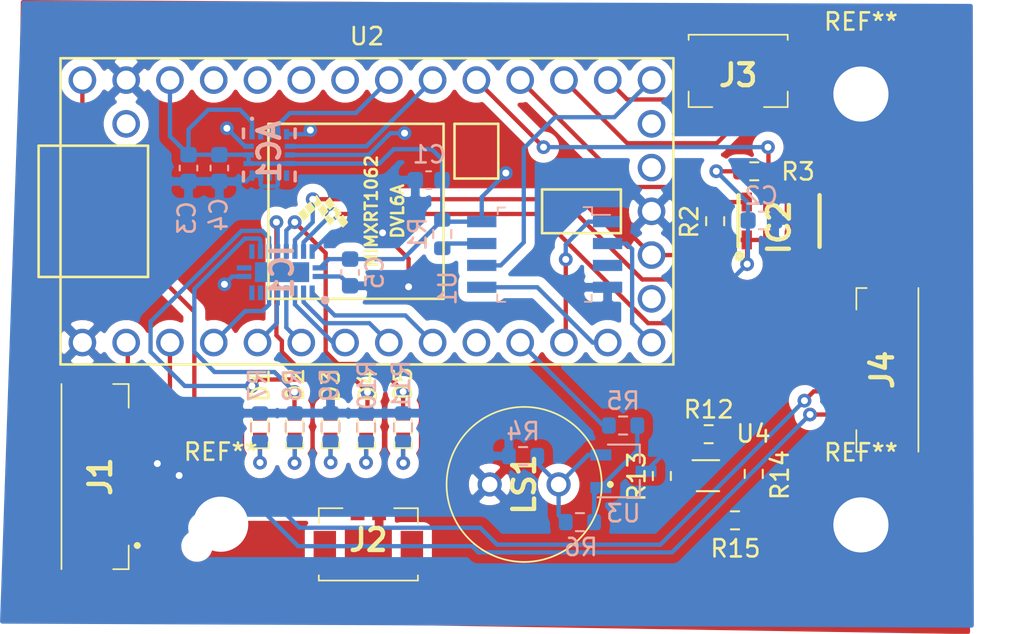
<source format=kicad_pcb>
(kicad_pcb (version 20171130) (host pcbnew "(5.1.10)-1")
  (layers (0 F.Cu signal) (31 B.Cu signal) (34 B.Paste user) (35 F.Paste user) (36 B.SilkS user) (37 F.SilkS user) (38 B.Mask user) (39 F.Mask user) (44 Edge.Cuts user))
  (net 0 "")
  (net 1 GND)
  (net 2 "Net-(D1-Pad1)")
  (net 3 "Net-(D2-Pad1)")
  (net 4 YLED1)
  (net 5 YLED2)
  (net 6 "Net-(D3-Pad1)")
  (net 7 "Net-(D4-Pad1)")
  (net 8 GLED1)
  (net 9 GLED2)
  (net 10 "Net-(D5-Pad1)")
  (net 11 MISO)
  (net 12 MOSI)
  (net 13 SCLK)
  (net 14 PYRO1)
  (net 15 PYRO2)
  (net 16 BUZZ1)
  (net 17 BUZZ2)
  (net 18 PWM1)
  (net 19 PWM2)
  (net 20 Buzzer)
  (net 21 "Net-(U1-Pad3)")
  (net 22 CS_FLASH)
  (net 23 TBUZZ2)
  (net 24 TBUZZ1)
  (net 25 VIN)
  (net 26 TGLED2)
  (net 27 TGLED1)
  (net 28 TYLED2)
  (net 29 TYLED1)
  (net 30 TBuzzer)
  (net 31 "Net-(J3-PadMP1)")
  (net 32 "Net-(J3-PadMP2)")
  (net 33 "Net-(J4-Pad6)")
  (net 34 "Net-(J4-Pad7)")
  (net 35 "Net-(J1-PadMP1)")
  (net 36 "Net-(J1-PadMP2)")
  (net 37 "Net-(J2-PadMP1)")
  (net 38 "Net-(J2-PadMP2)")
  (net 39 Baro_SCLK)
  (net 40 "Net-(AC1-Pad2)")
  (net 41 "Net-(AC1-Pad3)")
  (net 42 Accel_SCL)
  (net 43 Accel_SDA)
  (net 44 Accel_INT2)
  (net 45 Accel_INT1)
  (net 46 INFREE1)
  (net 47 INFREE2)
  (net 48 OUTFREE2)
  (net 49 OUTFREE1)
  (net 50 "Net-(IC1-Pad21)")
  (net 51 HFREE)
  (net 52 HTX)
  (net 53 HRX)
  (net 54 "Net-(R1-Pad2)")
  (net 55 "Net-(R5-Pad1)")
  (net 56 "Net-(U2-Pad18)")
  (net 57 "Net-(U2-Pad19)")
  (net 58 "Net-(U2-Pad15)")
  (net 59 "Net-(U2-Pad27)")
  (net 60 "Net-(U2-Pad28)")
  (net 61 "Net-(U2-Pad29)")
  (net 62 "Net-(U2-Pad30)")
  (net 63 "Net-(U2-Pad34)")
  (net 64 "Net-(U2-Pad10)")
  (net 65 +3V3)
  (net 66 Baro_SDA)
  (net 67 "Net-(R12-Pad1)")
  (net 68 TPyro1IN)
  (net 69 TPyro2IN)
  (net 70 "Net-(R14-Pad1)")
  (module MountingHole:MountingHole_3.2mm_M3 (layer F.Cu) (at 99.3648 106.55808)
    (fp_text reference REF** (at 0 -4.2) (layer F.SilkS))
    (fp_text value MountingHole_3.2mm_M3)
    (pad 1 np_thru_hole circle (at 0 0) (size 3.2 3.2) (drill 3.2) (layers *.Cu *.Mask))
  )
  (module MountingHole:MountingHole_3.2mm_M3 (layer F.Cu) (at 136.50976 106.59618)
    (fp_text reference REF** (at 0 -4.2) (layer F.SilkS))
    (fp_text value MountingHole_3.2mm_M3)
    (pad 1 np_thru_hole circle (at 0 0) (size 3.2 3.2) (drill 3.2) (layers *.Cu *.Mask))
  )
  (module MountingHole:MountingHole_3.2mm_M3 (layer F.Cu) (at 136.50976 81.57972)
    (fp_text reference REF** (at 0 -4.2) (layer F.SilkS))
    (fp_text value MountingHole_3.2mm_M3)
    (pad 1 np_thru_hole circle (at 0 0) (size 3.2 3.2) (drill 3.2) (layers *.Cu *.Mask))
  )
  (module Capacitor_SMD:C_0603_1608Metric (layer B.Cu) (at 130.72842 88.91778 180)
    (fp_text reference C2 (at 0 1.43) (layer B.SilkS) (effects (justify mirror)))
    (fp_text value 0.1uF)
    (pad 1 smd roundrect (at -0.775 0 180) (size 0.9 0.95) (layers B.Cu B.Paste B.Mask) (net 1 GND))
    (pad 2 smd roundrect (at 0.775 0 180) (size 0.9 0.95) (layers B.Cu B.Paste B.Mask) (net 65 +3V3))
  )
  (module Capacitor_SMD:C_0603_1608Metric (layer B.Cu) (at 111.4301 86.5759 180)
    (fp_text reference C1 (at -0.04034 1.48336) (layer B.SilkS) (effects (justify mirror)))
    (fp_text value 22pF)
    (pad 1 smd roundrect (at -0.775 0 180) (size 0.9 0.95) (layers B.Cu B.Paste B.Mask) (net 65 +3V3))
    (pad 2 smd roundrect (at 0.775 0 180) (size 0.9 0.95) (layers B.Cu B.Paste B.Mask) (net 1 GND))
  )
  (module Resistor_SMD:R_0603_1608Metric (layer B.Cu) (at 116.90908 102.60076 180)
    (fp_text reference R4 (at 0 1.43) (layer B.SilkS) (effects (justify mirror)))
    (fp_text value 1k)
    (pad 1 smd roundrect (at -0.825 0 180) (size 0.8 0.95) (layers B.Cu B.Paste B.Mask) (net 20 Buzzer))
    (pad 2 smd roundrect (at 0.825 0 180) (size 0.8 0.95) (layers B.Cu B.Paste B.Mask) (net 1 GND))
  )
  (module Resistor_SMD:R_0603_1608Metric (layer B.Cu) (at 101.64572 100.93402 270)
    (fp_text reference R7 (at -2.46942 0.14478 90) (layer B.SilkS) (effects (justify mirror)))
    (fp_text value 500)
    (pad 2 smd roundrect (at 0.825 0 270) (size 0.8 0.95) (layers B.Cu B.Paste B.Mask) (net 2 "Net-(D1-Pad1)"))
    (pad 1 smd roundrect (at -0.825 0 270) (size 0.8 0.95) (layers B.Cu B.Paste B.Mask) (net 1 GND))
  )
  (module Resistor_SMD:R_0603_1608Metric (layer B.Cu) (at 103.6574 100.92994 270)
    (fp_text reference R8 (at -2.4379 0.13462 90) (layer B.SilkS) (effects (justify mirror)))
    (fp_text value 330)
    (pad 1 smd roundrect (at -0.825 0 270) (size 0.8 0.95) (layers B.Cu B.Paste B.Mask) (net 1 GND))
    (pad 2 smd roundrect (at 0.825 0 270) (size 0.8 0.95) (layers B.Cu B.Paste B.Mask) (net 3 "Net-(D2-Pad1)"))
  )
  (module Resistor_SMD:R_0603_1608Metric (layer B.Cu) (at 105.73766 100.92994 270)
    (fp_text reference R9 (at -2.46126 0.07366 90) (layer B.SilkS) (effects (justify mirror)))
    (fp_text value 330)
    (pad 2 smd roundrect (at 0.825 0 270) (size 0.8 0.95) (layers B.Cu B.Paste B.Mask) (net 6 "Net-(D3-Pad1)"))
    (pad 1 smd roundrect (at -0.825 0 270) (size 0.8 0.95) (layers B.Cu B.Paste B.Mask) (net 1 GND))
  )
  (module Resistor_SMD:R_0603_1608Metric (layer B.Cu) (at 107.80014 100.94164 270)
    (fp_text reference R10 (at -2.45926 -0.05334 90) (layer B.SilkS) (effects (justify mirror)))
    (fp_text value 330)
    (pad 1 smd roundrect (at -0.825 0 270) (size 0.8 0.95) (layers B.Cu B.Paste B.Mask) (net 1 GND))
    (pad 2 smd roundrect (at 0.825 0 270) (size 0.8 0.95) (layers B.Cu B.Paste B.Mask) (net 7 "Net-(D4-Pad1)"))
  )
  (module Resistor_SMD:R_0603_1608Metric (layer B.Cu) (at 109.94136 100.93402 270)
    (fp_text reference R11 (at -2.4491 0.10668 90) (layer B.SilkS) (effects (justify mirror)))
    (fp_text value 330)
    (pad 1 smd roundrect (at -0.825 0 270) (size 0.8 0.95) (layers B.Cu B.Paste B.Mask) (net 1 GND))
    (pad 2 smd roundrect (at 0.825 0 270) (size 0.8 0.95) (layers B.Cu B.Paste B.Mask) (net 10 "Net-(D5-Pad1)"))
  )
  (module Resistor_SMD:R_0603_1608Metric (layer B.Cu) (at 112.21974 89.70822 270)
    (fp_text reference R1 (at 0 1.43 90) (layer B.SilkS) (effects (justify mirror)))
    (fp_text value 10M)
    (pad 2 smd roundrect (at 0.825 0 270) (size 0.8 0.95) (layers B.Cu B.Paste B.Mask) (net 54 "Net-(R1-Pad2)"))
    (pad 1 smd roundrect (at -0.825 0 270) (size 0.8 0.95) (layers B.Cu B.Paste B.Mask) (net 65 +3V3))
  )
  (module KRTEK_V2:LED_2-SMD_No_Lead_1.7x0.8mm (layer F.Cu) (at 101.6381 100.89458 90)
    (fp_text reference D1 (at 2.401 0.04572 90) (layer F.SilkS))
    (fp_text value RED)
    (pad 2 smd rect (at 0.75 0 90) (size 0.8 0.8) (layers F.Cu F.Paste F.Mask) (net 25 VIN))
    (pad 1 smd rect (at -0.75 0 90) (size 0.8 0.8) (layers F.Cu F.Paste F.Mask) (net 2 "Net-(D1-Pad1)"))
  )
  (module KRTEK_V2:LED_2-SMD_No_Lead_1.7x0.8mm (layer F.Cu) (at 103.6574 100.89204 90)
    (fp_text reference D2 (at 2.43402 0.02794 90) (layer F.SilkS))
    (fp_text value YELLOW)
    (pad 1 smd rect (at -0.75 0 90) (size 0.8 0.8) (layers F.Cu F.Paste F.Mask) (net 3 "Net-(D2-Pad1)"))
    (pad 2 smd rect (at 0.75 0 90) (size 0.8 0.8) (layers F.Cu F.Paste F.Mask) (net 4 YLED1))
  )
  (module KRTEK_V2:LED_2-SMD_No_Lead_1.7x0.8mm (layer F.Cu) (at 105.73512 100.89204 90)
    (fp_text reference D3 (at 2.37306 0.01524 90) (layer F.SilkS))
    (fp_text value YELLOW)
    (pad 2 smd rect (at 0.75 0 90) (size 0.8 0.8) (layers F.Cu F.Paste F.Mask) (net 5 YLED2))
    (pad 1 smd rect (at -0.75 0 90) (size 0.8 0.8) (layers F.Cu F.Paste F.Mask) (net 6 "Net-(D3-Pad1)"))
  )
  (module KRTEK_V2:LED_2-SMD_No_Lead_1.7x0.8mm (layer F.Cu) (at 107.80522 100.89712 90)
    (fp_text reference D4 (at 2.37052 0.09652 90) (layer F.SilkS))
    (fp_text value GREEN)
    (pad 1 smd rect (at -0.75 0 90) (size 0.8 0.8) (layers F.Cu F.Paste F.Mask) (net 7 "Net-(D4-Pad1)"))
    (pad 2 smd rect (at 0.75 0 90) (size 0.8 0.8) (layers F.Cu F.Paste F.Mask) (net 8 GLED1))
  )
  (module KRTEK_V2:LED_2-SMD_No_Lead_1.7x0.8mm (layer F.Cu) (at 109.95152 100.88696 90)
    (fp_text reference D5 (at 2.48666 -0.00254 90) (layer F.SilkS))
    (fp_text value GREEN)
    (pad 2 smd rect (at 0.75 0 90) (size 0.8 0.8) (layers F.Cu F.Paste F.Mask) (net 9 GLED2))
    (pad 1 smd rect (at -0.75 0 90) (size 0.8 0.8) (layers F.Cu F.Paste F.Mask) (net 10 "Net-(D5-Pad1)"))
  )
  (module KRTEK_V2:MS561101BA03-50 (layer F.Cu) (at 131.75996 88.9508 90)
    (fp_text reference IC2 (at -0.372 -0.006 90) (layer F.SilkS) (effects (font (size 1.27 1.27) (thickness 0.254))))
    (fp_text value "Baro - MS561101BA03-50" hide)
    (pad 1 smd rect (at -1.1 -1.875 180) (size 0.6 1.1) (layers F.Cu F.Paste F.Mask) (net 65 +3V3))
    (pad 2 smd rect (at -1.1 -0.625 180) (size 0.6 1.1) (layers F.Cu F.Paste F.Mask) (net 65 +3V3))
    (pad 3 smd rect (at -1.1 0.625 180) (size 0.6 1.1) (layers F.Cu F.Paste F.Mask) (net 1 GND))
    (pad 4 smd rect (at -1.1 1.875 180) (size 0.6 1.1) (layers F.Cu F.Paste F.Mask) (net 1 GND))
    (pad 5 smd rect (at 1.1 1.875 180) (size 0.6 1.1) (layers F.Cu F.Paste F.Mask) (net 1 GND))
    (pad 6 smd rect (at 1.1 0.625 180) (size 0.6 1.1) (layers F.Cu F.Paste F.Mask) (net 1 GND))
    (pad 7 smd rect (at 1.1 -0.625 180) (size 0.6 1.1) (layers F.Cu F.Paste F.Mask) (net 66 Baro_SDA))
    (pad 8 smd rect (at 1.1 -1.875 180) (size 0.6 1.1) (layers F.Cu F.Paste F.Mask) (net 39 Baro_SCLK))
  )
  (module KRTEK_V2:CST931AP (layer F.Cu) (at 118.97106 104.24668 90)
    (fp_text reference LS1 (at 0 -2 90) (layer F.SilkS) (effects (font (size 1.27 1.27) (thickness 0.254))))
    (fp_text value "Buzzer - CST-931AP" hide)
    (pad 1 thru_hole circle (at 0 0 90) (size 1.4 1.4) (drill 0.9) (layers *.Cu *.Mask) (net 20 Buzzer))
    (pad 2 thru_hole circle (at 0 -4 90) (size 1.4 1.4) (drill 0.9) (layers *.Cu *.Mask) (net 1 GND))
  )
  (module KRTEK_V2:SOIC-8_W5.6mm (layer B.Cu) (at 118.16082 90.8939 270)
    (fp_text reference U1 (at 1.95326 5.6312 90) (layer B.SilkS) (effects (justify mirror)))
    (fp_text value "Flash - COM-15809")
    (pad 1 smd rect (at -1.905 -3.65 270) (size 0.65 1.7) (layers B.Cu B.Paste B.Mask) (net 22 CS_FLASH))
    (pad 2 smd rect (at -0.635 -3.65 270) (size 0.65 1.7) (layers B.Cu B.Paste B.Mask) (net 11 MISO))
    (pad 3 smd rect (at 0.635 -3.65 270) (size 0.65 1.7) (layers B.Cu B.Paste B.Mask) (net 21 "Net-(U1-Pad3)"))
    (pad 4 smd rect (at 1.905 -3.65 270) (size 0.65 1.7) (layers B.Cu B.Paste B.Mask) (net 1 GND))
    (pad 5 smd rect (at 1.905 3.65 270) (size 0.65 1.7) (layers B.Cu B.Paste B.Mask) (net 12 MOSI))
    (pad 6 smd rect (at 0.635 3.65 270) (size 0.65 1.7) (layers B.Cu B.Paste B.Mask) (net 13 SCLK))
    (pad 7 smd rect (at -0.635 3.65 270) (size 0.65 1.7) (layers B.Cu B.Paste B.Mask) (net 54 "Net-(R1-Pad2)"))
    (pad 8 smd rect (at -1.905 3.65 270) (size 0.65 1.7) (layers B.Cu B.Paste B.Mask) (net 65 +3V3))
  )
  (module EXTENSION:5055670281 (layer F.Cu) (at 129.38736 82.33642)
    (fp_text reference J3 (at 0 -1.85) (layer F.SilkS) (effects (font (size 1.27 1.27) (thickness 0.254))))
    (fp_text value PWM hide)
    (pad 1 smd rect (at 0.625 -0.1) (size 0.8 1.2) (layers F.Cu F.Paste F.Mask) (net 19 PWM2))
    (pad 2 smd rect (at -0.625 -0.1) (size 0.8 1.2) (layers F.Cu F.Paste F.Mask) (net 18 PWM1))
    (pad MP1 smd rect (at -2.525 -2.395) (size 1.3 2.15) (layers F.Cu F.Paste F.Mask) (net 31 "Net-(J3-PadMP1)"))
    (pad MP2 smd rect (at 2.525 -2.395) (size 1.3 2.15) (layers F.Cu F.Paste F.Mask) (net 32 "Net-(J3-PadMP2)"))
  )
  (module EXTENSION:5055670571 (layer F.Cu) (at 138.04422 97.5937 270)
    (fp_text reference J4 (at 0 0.3 90) (layer F.SilkS) (effects (font (size 1.27 1.27) (thickness 0.254))))
    (fp_text value EXTOUT hide)
    (pad 1 smd rect (at -2.5 1.8 270) (size 0.8 1.2) (layers F.Cu F.Paste F.Mask) (net 1 GND))
    (pad 2 smd rect (at -1.25 1.8 270) (size 0.8 1.2) (layers F.Cu F.Paste F.Mask) (net 16 BUZZ1))
    (pad 3 smd rect (at 0 1.8 270) (size 0.8 1.2) (layers F.Cu F.Paste F.Mask) (net 17 BUZZ2))
    (pad 4 smd rect (at 1.25 1.8 270) (size 0.8 1.2) (layers F.Cu F.Paste F.Mask) (net 14 PYRO1))
    (pad 5 smd rect (at 2.5 1.8 270) (size 0.8 1.2) (layers F.Cu F.Paste F.Mask) (net 15 PYRO2))
    (pad 6 smd rect (at -4.4 -0.495 270) (size 0.8 2.15) (layers F.Cu F.Paste F.Mask) (net 33 "Net-(J4-Pad6)"))
    (pad 7 smd rect (at 4.4 -0.495 270) (size 0.8 2.15) (layers F.Cu F.Paste F.Mask) (net 34 "Net-(J4-Pad7)"))
  )
  (module EXTENSION:5055670281 (layer F.Cu) (at 107.93198 105.62612 180)
    (fp_text reference J2 (at 0 -1.85) (layer F.SilkS) (effects (font (size 1.27 1.27) (thickness 0.254))))
    (fp_text value BATT hide)
    (pad 1 smd rect (at 0.625 -0.1 180) (size 0.8 1.2) (layers F.Cu F.Paste F.Mask) (net 25 VIN))
    (pad 2 smd rect (at -0.625 -0.1 180) (size 0.8 1.2) (layers F.Cu F.Paste F.Mask) (net 1 GND))
    (pad MP1 smd rect (at -2.525 -2.395 180) (size 1.3 2.15) (layers F.Cu F.Paste F.Mask) (net 37 "Net-(J2-PadMP1)"))
    (pad MP2 smd rect (at 2.525 -2.395 180) (size 1.3 2.15) (layers F.Cu F.Paste F.Mask) (net 38 "Net-(J2-PadMP2)"))
  )
  (module EXTENSION:QFN50P250X450X100-21N-D (layer B.Cu) (at 102.92334 91.9226 90)
    (fp_text reference IC1 (at 0 0 90) (layer B.SilkS) (effects (font (size 1.27 1.27) (thickness 0.254)) (justify mirror)))
    (fp_text value "TeensyBuffer - 74AHCV541ABQX" hide)
    (pad 1 smd rect (at -0.25 2.2 90) (size 0.3 0.85) (layers B.Cu B.Paste B.Mask) (net 1 GND))
    (pad 2 smd rect (at -1.2 1.75) (size 0.3 0.85) (layers B.Cu B.Paste B.Mask) (net 23 TBUZZ2))
    (pad 3 smd rect (at -1.2 1.25) (size 0.3 0.85) (layers B.Cu B.Paste B.Mask) (net 24 TBUZZ1))
    (pad 4 smd rect (at -1.2 0.75) (size 0.3 0.85) (layers B.Cu B.Paste B.Mask) (net 26 TGLED2))
    (pad 5 smd rect (at -1.2 0.25) (size 0.3 0.85) (layers B.Cu B.Paste B.Mask) (net 27 TGLED1))
    (pad 6 smd rect (at -1.2 -0.25) (size 0.3 0.85) (layers B.Cu B.Paste B.Mask) (net 28 TYLED2))
    (pad 7 smd rect (at -1.2 -0.75) (size 0.3 0.85) (layers B.Cu B.Paste B.Mask) (net 29 TYLED1))
    (pad 8 smd rect (at -1.2 -1.25) (size 0.3 0.85) (layers B.Cu B.Paste B.Mask) (net 46 INFREE1))
    (pad 9 smd rect (at -1.2 -1.75) (size 0.3 0.85) (layers B.Cu B.Paste B.Mask) (net 47 INFREE2))
    (pad 10 smd rect (at -0.25 -2.2 90) (size 0.3 0.85) (layers B.Cu B.Paste B.Mask) (net 1 GND))
    (pad 11 smd rect (at 0.25 -2.2 90) (size 0.3 0.85) (layers B.Cu B.Paste B.Mask) (net 48 OUTFREE2))
    (pad 12 smd rect (at 1.2 -1.75) (size 0.3 0.85) (layers B.Cu B.Paste B.Mask) (net 49 OUTFREE1))
    (pad 13 smd rect (at 1.2 -1.25) (size 0.3 0.85) (layers B.Cu B.Paste B.Mask) (net 4 YLED1))
    (pad 14 smd rect (at 1.2 -0.75) (size 0.3 0.85) (layers B.Cu B.Paste B.Mask) (net 5 YLED2))
    (pad 15 smd rect (at 1.2 -0.25) (size 0.3 0.85) (layers B.Cu B.Paste B.Mask) (net 8 GLED1))
    (pad 16 smd rect (at 1.2 0.25) (size 0.3 0.85) (layers B.Cu B.Paste B.Mask) (net 9 GLED2))
    (pad 17 smd rect (at 1.2 0.75) (size 0.3 0.85) (layers B.Cu B.Paste B.Mask) (net 16 BUZZ1))
    (pad 18 smd rect (at 1.2 1.25) (size 0.3 0.85) (layers B.Cu B.Paste B.Mask) (net 17 BUZZ2))
    (pad 19 smd rect (at 1.2 1.75) (size 0.3 0.85) (layers B.Cu B.Paste B.Mask) (net 1 GND))
    (pad 20 smd rect (at 0.25 2.2 90) (size 0.3 0.85) (layers B.Cu B.Paste B.Mask) (net 65 +3V3))
    (pad 21 smd rect (at 0 0 90) (size 1.15 3.15) (layers B.Cu B.Paste B.Mask) (net 50 "Net-(IC1-Pad21)"))
  )
  (module EXTENSION:Teensy40_EXT (layer F.Cu) (at 107.85094 88.38946)
    (fp_text reference U2 (at 0 -10.16) (layer F.SilkS))
    (fp_text value Teensy4.0)
    (fp_text user MIMXRT1062 (at 0.254 0 90) (layer F.SilkS) (effects (font (size 0.7 0.7))))
    (fp_text user DVL6A (at 1.778 0 90) (layer F.SilkS) (effects (font (size 0.7 0.7))))
    (pad 17 thru_hole circle (at 16.51 0) (size 1.6 1.6) (drill 1.1) (layers *.Cu *.Mask) (net 1 GND))
    (pad 18 thru_hole circle (at 16.51 -2.54) (size 1.6 1.6) (drill 1.1) (layers *.Cu *.Mask) (net 56 "Net-(U2-Pad18)"))
    (pad 19 thru_hole circle (at 16.51 -5.08) (size 1.6 1.6) (drill 1.1) (layers *.Cu *.Mask) (net 57 "Net-(U2-Pad19)"))
    (pad 20 thru_hole circle (at 16.51 -7.62) (size 1.6 1.6) (drill 1.1) (layers *.Cu *.Mask) (net 13 SCLK))
    (pad 16 thru_hole circle (at 16.51 2.54) (size 1.6 1.6) (drill 1.1) (layers *.Cu *.Mask) (net 65 +3V3))
    (pad 15 thru_hole circle (at 16.51 5.08) (size 1.6 1.6) (drill 1.1) (layers *.Cu *.Mask) (net 58 "Net-(U2-Pad15)"))
    (pad 14 thru_hole circle (at 16.51 7.62) (size 1.6 1.6) (drill 1.1) (layers *.Cu *.Mask) (net 11 MISO))
    (pad 21 thru_hole circle (at 13.97 -7.62) (size 1.6 1.6) (drill 1.1) (layers *.Cu *.Mask) (net 18 PWM1))
    (pad 22 thru_hole circle (at 11.43 -7.62) (size 1.6 1.6) (drill 1.1) (layers *.Cu *.Mask) (net 19 PWM2))
    (pad 23 thru_hole circle (at 8.89 -7.62) (size 1.6 1.6) (drill 1.1) (layers *.Cu *.Mask) (net 39 Baro_SCLK))
    (pad 24 thru_hole circle (at 6.35 -7.62) (size 1.6 1.6) (drill 1.1) (layers *.Cu *.Mask) (net 66 Baro_SDA))
    (pad 25 thru_hole circle (at 3.81 -7.62) (size 1.6 1.6) (drill 1.1) (layers *.Cu *.Mask) (net 43 Accel_SDA))
    (pad 26 thru_hole circle (at 1.27 -7.62) (size 1.6 1.6) (drill 1.1) (layers *.Cu *.Mask) (net 42 Accel_SCL))
    (pad 27 thru_hole circle (at -1.27 -7.62) (size 1.6 1.6) (drill 1.1) (layers *.Cu *.Mask) (net 59 "Net-(U2-Pad27)"))
    (pad 28 thru_hole circle (at -3.81 -7.62) (size 1.6 1.6) (drill 1.1) (layers *.Cu *.Mask) (net 60 "Net-(U2-Pad28)"))
    (pad 29 thru_hole circle (at -6.35 -7.62) (size 1.6 1.6) (drill 1.1) (layers *.Cu *.Mask) (net 61 "Net-(U2-Pad29)"))
    (pad 30 thru_hole circle (at -8.89 -7.62) (size 1.6 1.6) (drill 1.1) (layers *.Cu *.Mask) (net 62 "Net-(U2-Pad30)"))
    (pad 31 thru_hole circle (at -11.43 -7.62) (size 1.6 1.6) (drill 1.1) (layers *.Cu *.Mask) (net 65 +3V3))
    (pad 32 thru_hole circle (at -13.97 -7.62) (size 1.6 1.6) (drill 1.1) (layers *.Cu *.Mask) (net 1 GND))
    (pad 33 thru_hole circle (at -16.51 -7.62) (size 1.6 1.6) (drill 1.1) (layers *.Cu *.Mask) (net 25 VIN))
    (pad 34 thru_hole circle (at -13.97 -5.08) (size 1.6 1.6) (drill 1.1) (layers *.Cu *.Mask) (net 63 "Net-(U2-Pad34)"))
    (pad 13 thru_hole circle (at 13.97 7.62) (size 1.6 1.6) (drill 1.1) (layers *.Cu *.Mask) (net 12 MOSI))
    (pad 12 thru_hole circle (at 11.43 7.62) (size 1.6 1.6) (drill 1.1) (layers *.Cu *.Mask) (net 22 CS_FLASH))
    (pad 11 thru_hole circle (at 8.89 7.62) (size 1.6 1.6) (drill 1.1) (layers *.Cu *.Mask) (net 30 TBuzzer))
    (pad 10 thru_hole circle (at 6.35 7.62) (size 1.6 1.6) (drill 1.1) (layers *.Cu *.Mask) (net 64 "Net-(U2-Pad10)"))
    (pad 9 thru_hole circle (at 3.81 7.62) (size 1.6 1.6) (drill 1.1) (layers *.Cu *.Mask) (net 23 TBUZZ2))
    (pad 8 thru_hole circle (at 1.27 7.62) (size 1.6 1.6) (drill 1.1) (layers *.Cu *.Mask) (net 24 TBUZZ1))
    (pad 7 thru_hole circle (at -1.27 7.62) (size 1.6 1.6) (drill 1.1) (layers *.Cu *.Mask) (net 26 TGLED2))
    (pad 6 thru_hole circle (at -3.81 7.62) (size 1.6 1.6) (drill 1.1) (layers *.Cu *.Mask) (net 27 TGLED1))
    (pad 5 thru_hole circle (at -6.35 7.62) (size 1.6 1.6) (drill 1.1) (layers *.Cu *.Mask) (net 28 TYLED2))
    (pad 4 thru_hole circle (at -8.89 7.62) (size 1.6 1.6) (drill 1.1) (layers *.Cu *.Mask) (net 29 TYLED1))
    (pad 3 thru_hole circle (at -11.43 7.62) (size 1.6 1.6) (drill 1.1) (layers *.Cu *.Mask) (net 52 HTX))
    (pad 2 thru_hole circle (at -13.97 7.62) (size 1.6 1.6) (drill 1.1) (layers *.Cu *.Mask) (net 53 HRX))
    (pad 1 thru_hole circle (at -16.51 7.62) (size 1.6 1.6) (drill 1.1) (layers *.Cu *.Mask) (net 1 GND))
  )
  (module EXTENSION:TSOT-23 (layer B.Cu) (at 122.7309 103.48214)
    (fp_text reference U3 (at 0 2.45) (layer B.SilkS) (effects (justify mirror)))
    (fp_text value "MOSBuzzer - BSH105,235")
    (pad 1 smd rect (at -1.31 0.95) (size 1.22 0.65) (layers B.Cu B.Paste B.Mask) (net 55 "Net-(R5-Pad1)"))
    (pad 2 smd rect (at -1.31 -0.95) (size 1.22 0.65) (layers B.Cu B.Paste B.Mask) (net 20 Buzzer))
    (pad 3 smd rect (at 1.31 0) (size 1.22 0.65) (layers B.Cu B.Paste B.Mask) (net 65 +3V3))
  )
  (module EXTENSION:5055670671 (layer F.Cu) (at 92.3763 103.7929 90)
    (fp_text reference J1 (at 0 0 90) (layer F.SilkS) (effects (font (size 1.27 1.27) (thickness 0.254))))
    (fp_text value EXTIN hide)
    (pad 1 smd rect (at -3.125 1.6 90) (size 0.8 1.2) (layers F.Cu F.Paste F.Mask) (net 15 PYRO2))
    (pad 2 smd rect (at -1.875 1.6 90) (size 0.8 1.2) (layers F.Cu F.Paste F.Mask) (net 14 PYRO1))
    (pad 3 smd rect (at -0.625 1.6 90) (size 0.8 1.2) (layers F.Cu F.Paste F.Mask) (net 1 GND))
    (pad 4 smd rect (at 0.625 1.6 90) (size 0.8 1.2) (layers F.Cu F.Paste F.Mask) (net 51 HFREE))
    (pad 5 smd rect (at 1.875 1.6 90) (size 0.8 1.2) (layers F.Cu F.Paste F.Mask) (net 52 HTX))
    (pad 6 smd rect (at 3.125 1.6 90) (size 0.8 1.2) (layers F.Cu F.Paste F.Mask) (net 53 HRX))
    (pad MP1 smd rect (at -5.025 -0.695 90) (size 1.3 2.15) (layers F.Cu F.Paste F.Mask) (net 35 "Net-(J1-PadMP1)"))
    (pad MP2 smd rect (at 5.025 -0.695 90) (size 1.3 2.15) (layers F.Cu F.Paste F.Mask) (net 36 "Net-(J1-PadMP2)"))
  )
  (module EXTENSION:LIS3DHTR (layer B.Cu) (at 102.18496 85.11428 270)
    (fp_text reference AC1 (at -0.181 0 90) (layer B.SilkS) (effects (font (size 1.27 1.27) (thickness 0.254)) (justify mirror)))
    (fp_text value "Accel - H3LIS331DLTR" hide)
    (pad 1 smd rect (at -1.2 1 180) (size 0.3 0.6) (layers B.Cu B.Paste B.Mask) (net 65 +3V3))
    (pad 2 smd rect (at -1.2 0.5 180) (size 0.3 0.6) (layers B.Cu B.Paste B.Mask) (net 40 "Net-(AC1-Pad2)"))
    (pad 3 smd rect (at -1.2 0 180) (size 0.3 0.6) (layers B.Cu B.Paste B.Mask) (net 41 "Net-(AC1-Pad3)"))
    (pad 4 smd rect (at -1.2 -0.5 180) (size 0.3 0.6) (layers B.Cu B.Paste B.Mask) (net 42 Accel_SCL))
    (pad 5 smd rect (at -1.2 -1 180) (size 0.3 0.6) (layers B.Cu B.Paste B.Mask) (net 1 GND))
    (pad 6 smd rect (at -0.5 -1.2 270) (size 0.3 0.6) (layers B.Cu B.Paste B.Mask) (net 43 Accel_SDA))
    (pad 7 smd rect (at 0 -1.2 270) (size 0.3 0.6) (layers B.Cu B.Paste B.Mask) (net 1 GND))
    (pad 8 smd rect (at 0.5 -1.2 270) (size 0.3 0.6) (layers B.Cu B.Paste B.Mask) (net 65 +3V3))
    (pad 9 smd rect (at 1.2 -1 180) (size 0.3 0.6) (layers B.Cu B.Paste B.Mask) (net 44 Accel_INT2))
    (pad 10 smd rect (at 1.2 -0.5 180) (size 0.3 0.6) (layers B.Cu B.Paste B.Mask) (net 1 GND))
    (pad 11 smd rect (at 1.2 0 180) (size 0.3 0.6) (layers B.Cu B.Paste B.Mask) (net 45 Accel_INT1))
    (pad 12 smd rect (at 1.2 0.5 180) (size 0.3 0.6) (layers B.Cu B.Paste B.Mask) (net 1 GND))
    (pad 13 smd rect (at 1.2 1 180) (size 0.3 0.6) (layers B.Cu B.Paste B.Mask) (net 1 GND))
    (pad 14 smd rect (at 0.5 1.2 270) (size 0.3 0.6) (layers B.Cu B.Paste B.Mask) (net 65 +3V3))
    (pad 15 smd rect (at 0 1.2 270) (size 0.3 0.6) (layers B.Cu B.Paste B.Mask) (net 65 +3V3))
    (pad 16 smd rect (at -0.5 1.2 270) (size 0.3 0.6) (layers B.Cu B.Paste B.Mask) (net 1 GND))
  )
  (module Capacitor_SMD:C_0603_1608Metric (layer B.Cu) (at 97.4979 85.8777 270)
    (fp_text reference C3 (at 2.90038 0.09906 90) (layer B.SilkS) (effects (justify mirror)))
    (fp_text value 0.1uF)
    (pad 2 smd roundrect (at 0.775 0 270) (size 0.9 0.95) (layers B.Cu B.Paste B.Mask) (net 1 GND))
    (pad 1 smd roundrect (at -0.775 0 270) (size 0.9 0.95) (layers B.Cu B.Paste B.Mask) (net 65 +3V3))
  )
  (module Capacitor_SMD:C_0603_1608Metric (layer B.Cu) (at 99.28606 85.8774 270)
    (fp_text reference C4 (at 2.70032 0.0381 90) (layer B.SilkS) (effects (justify mirror)))
    (fp_text value 10uF)
    (pad 1 smd roundrect (at -0.775 0 270) (size 0.9 0.95) (layers B.Cu B.Paste B.Mask) (net 65 +3V3))
    (pad 2 smd roundrect (at 0.775 0 270) (size 0.9 0.95) (layers B.Cu B.Paste B.Mask) (net 1 GND))
  )
  (module Resistor_SMD:R_0603_1608Metric (layer F.Cu) (at 128.0541 88.96146 270)
    (fp_text reference R2 (at 0.03506 1.49606 90) (layer F.SilkS))
    (fp_text value 10k)
    (pad 1 smd roundrect (at -0.825 0 270) (size 0.8 0.95) (layers F.Cu F.Paste F.Mask) (net 39 Baro_SCLK))
    (pad 2 smd roundrect (at 0.825 0 270) (size 0.8 0.95) (layers F.Cu F.Paste F.Mask) (net 65 +3V3))
  )
  (module Resistor_SMD:R_0603_1608Metric (layer F.Cu) (at 130.32028 86.06536 180)
    (fp_text reference R3 (at -2.54204 -0.01778) (layer F.SilkS))
    (fp_text value 10k)
    (pad 2 smd roundrect (at 0.825 0 180) (size 0.8 0.95) (layers F.Cu F.Paste F.Mask) (net 65 +3V3))
    (pad 1 smd roundrect (at -0.825 0 180) (size 0.8 0.95) (layers F.Cu F.Paste F.Mask) (net 66 Baro_SDA))
  )
  (module Resistor_SMD:R_0603_1608Metric (layer B.Cu) (at 122.71198 100.8253 180)
    (fp_text reference R5 (at 0 1.43) (layer B.SilkS) (effects (justify mirror)))
    (fp_text value 500)
    (pad 1 smd roundrect (at -0.825 0 180) (size 0.8 0.95) (layers B.Cu B.Paste B.Mask) (net 55 "Net-(R5-Pad1)"))
    (pad 2 smd roundrect (at 0.825 0 180) (size 0.8 0.95) (layers B.Cu B.Paste B.Mask) (net 30 TBuzzer))
  )
  (module Resistor_SMD:R_0603_1608Metric (layer B.Cu) (at 120.20854 106.43616 180)
    (fp_text reference R6 (at -0.05792 -1.45542) (layer B.SilkS) (effects (justify mirror)))
    (fp_text value 10k)
    (pad 2 smd roundrect (at 0.825 0 180) (size 0.8 0.95) (layers B.Cu B.Paste B.Mask) (net 20 Buzzer))
    (pad 1 smd roundrect (at -0.825 0 180) (size 0.8 0.95) (layers B.Cu B.Paste B.Mask) (net 55 "Net-(R5-Pad1)"))
  )
  (module Capacitor_SMD:C_0603_1608Metric (layer B.Cu) (at 106.87304 91.93814 90)
    (fp_text reference C5 (at 0 1.43 90) (layer B.SilkS) (effects (justify mirror)))
    (fp_text value 0.1uF)
    (pad 1 smd roundrect (at -0.775 0 90) (size 0.9 0.95) (layers B.Cu B.Paste B.Mask) (net 1 GND))
    (pad 2 smd roundrect (at 0.775 0 90) (size 0.9 0.95) (layers B.Cu B.Paste B.Mask) (net 65 +3V3))
  )
  (module Resistor_SMD:R_0603_1608Metric (layer F.Cu) (at 127.67614 101.33076)
    (fp_text reference R12 (at 0 -1.43) (layer F.SilkS))
    (fp_text value 500)
    (pad 2 smd roundrect (at 0.825 0) (size 0.8 0.95) (layers F.Cu F.Paste F.Mask) (net 14 PYRO1))
    (pad 1 smd roundrect (at -0.825 0) (size 0.8 0.95) (layers F.Cu F.Paste F.Mask) (net 67 "Net-(R12-Pad1)"))
  )
  (module Resistor_SMD:R_0603_1608Metric (layer F.Cu) (at 124.96038 103.75596 270)
    (fp_text reference R13 (at 0.03252 1.46304 90) (layer F.SilkS))
    (fp_text value 10k)
    (pad 1 smd roundrect (at -0.825 0 270) (size 0.8 0.95) (layers F.Cu F.Paste F.Mask) (net 67 "Net-(R12-Pad1)"))
    (pad 2 smd roundrect (at 0.825 0 270) (size 0.8 0.95) (layers F.Cu F.Paste F.Mask) (net 68 TPyro1IN))
  )
  (module Resistor_SMD:R_0603_1608Metric (layer F.Cu) (at 130.29184 103.63504 90)
    (fp_text reference R14 (at -0.06554 1.51892 90) (layer F.SilkS))
    (fp_text value 10k)
    (pad 2 smd roundrect (at 0.825 0 90) (size 0.8 0.95) (layers F.Cu F.Paste F.Mask) (net 69 TPyro2IN))
    (pad 1 smd roundrect (at -0.825 0 90) (size 0.8 0.95) (layers F.Cu F.Paste F.Mask) (net 70 "Net-(R14-Pad1)"))
  )
  (module Resistor_SMD:R_0603_1608Metric (layer F.Cu) (at 129.20522 106.33202)
    (fp_text reference R15 (at 0.02744 1.6383) (layer F.SilkS))
    (fp_text value 500)
    (pad 1 smd roundrect (at -0.825 0) (size 0.8 0.95) (layers F.Cu F.Paste F.Mask) (net 70 "Net-(R14-Pad1)"))
    (pad 2 smd roundrect (at 0.825 0) (size 0.8 0.95) (layers F.Cu F.Paste F.Mask) (net 15 PYRO2))
  )
  (module Package_TO_SOT_SMD:SOT-563 (layer F.Cu) (at 127.63684 103.7383)
    (fp_text reference U4 (at 2.63976 -2.43548) (layer F.SilkS))
    (fp_text value CMLDM7003TG)
    (pad 1 smd rect (at -0.75 -0.5) (size 0.7 0.4) (layers F.Cu F.Paste F.Mask) (net 67 "Net-(R12-Pad1)"))
    (pad 3 smd rect (at -0.75 0.5) (size 0.7 0.4) (layers F.Cu F.Paste F.Mask) (net 65 +3V3))
    (pad 6 smd rect (at 0.75 -0.5) (size 0.7 0.4) (layers F.Cu F.Paste F.Mask) (net 65 +3V3))
    (pad 2 smd rect (at -0.75 0) (size 0.7 0.4) (layers F.Cu F.Paste F.Mask) (net 68 TPyro1IN))
    (pad 4 smd rect (at 0.75 0.5) (size 0.7 0.4) (layers F.Cu F.Paste F.Mask) (net 70 "Net-(R14-Pad1)"))
    (pad 5 smd rect (at 0.75 0) (size 0.7 0.4) (layers F.Cu F.Paste F.Mask) (net 69 TPyro2IN))
  )
  (segment (start 106.3325 92.1726) (end 106.87304 92.71314) (width 0.25) (layer B.Cu) (net 1))
  (segment (start 105.12334 92.1726) (end 106.3325 92.1726) (width 0.25) (layer B.Cu) (net 1))
  (via (at 99.58324 92.62618) (size 0.8) (drill 0.4) (layers F.Cu B.Cu) (net 1))
  (segment (start 100.03682 92.1726) (end 99.58324 92.62618) (width 0.25) (layer B.Cu) (net 1))
  (segment (start 100.72334 92.1726) (end 100.03682 92.1726) (width 0.25) (layer B.Cu) (net 1))
  (via (at 110.26648 92.77096) (size 0.8) (drill 0.4) (layers F.Cu B.Cu) (net 1))
  (via (at 108.75772 89.6366) (size 0.8) (drill 0.4) (layers F.Cu B.Cu) (net 1))
  (segment (start 110.26648 91.14536) (end 108.75772 89.6366) (width 0.25) (layer F.Cu) (net 1))
  (segment (start 110.26648 92.77096) (end 110.26648 91.14536) (width 0.25) (layer F.Cu) (net 1))
  (segment (start 110.20866 92.71314) (end 110.26648 92.77096) (width 0.25) (layer B.Cu) (net 1))
  (segment (start 106.87304 92.71314) (end 110.20866 92.71314) (width 0.25) (layer B.Cu) (net 1))
  (segment (start 105.75934 89.6366) (end 108.75772 89.6366) (width 0.25) (layer B.Cu) (net 1))
  (segment (start 104.67334 90.7226) (end 105.75934 89.6366) (width 0.25) (layer B.Cu) (net 1))
  (via (at 104.56672 83.67268) (size 0.8) (drill 0.4) (layers F.Cu B.Cu) (net 1))
  (segment (start 104.32512 83.91428) (end 104.56672 83.67268) (width 0.25) (layer B.Cu) (net 1))
  (segment (start 103.18496 83.91428) (end 104.32512 83.91428) (width 0.25) (layer B.Cu) (net 1))
  (via (at 110.0328 83.85048) (size 0.8) (drill 0.4) (layers F.Cu B.Cu) (net 1))
  (segment (start 107.95253 85.11428) (end 103.38496 85.11428) (width 0.25) (layer B.Cu) (net 1))
  (segment (start 109.21633 83.85048) (end 107.95253 85.11428) (width 0.25) (layer B.Cu) (net 1))
  (segment (start 110.0328 83.85048) (end 109.21633 83.85048) (width 0.25) (layer B.Cu) (net 1))
  (segment (start 101.774959 86.939281) (end 101.68496 86.849282) (width 0.25) (layer B.Cu) (net 1))
  (segment (start 101.68496 86.849282) (end 101.68496 86.31428) (width 0.25) (layer B.Cu) (net 1))
  (segment (start 102.609959 86.939281) (end 101.774959 86.939281) (width 0.25) (layer B.Cu) (net 1))
  (segment (start 102.68496 86.86428) (end 102.609959 86.939281) (width 0.25) (layer B.Cu) (net 1))
  (segment (start 102.68496 86.31428) (end 102.68496 86.86428) (width 0.25) (layer B.Cu) (net 1))
  (segment (start 101.68496 86.31428) (end 101.18496 86.31428) (width 0.25) (layer B.Cu) (net 1))
  (segment (start 100.84684 86.6524) (end 101.18496 86.31428) (width 0.25) (layer B.Cu) (net 1))
  (segment (start 99.28606 86.6524) (end 100.84684 86.6524) (width 0.25) (layer B.Cu) (net 1))
  (via (at 99.72548 83.566) (size 0.8) (drill 0.4) (layers F.Cu B.Cu) (net 1))
  (segment (start 100.77376 84.61428) (end 99.72548 83.566) (width 0.25) (layer B.Cu) (net 1))
  (segment (start 100.98496 84.61428) (end 100.77376 84.61428) (width 0.25) (layer B.Cu) (net 1))
  (via (at 101.64572 102.98176) (size 0.8) (drill 0.4) (layers F.Cu B.Cu) (net 2))
  (segment (start 101.6381 102.97414) (end 101.64572 102.98176) (width 0.25) (layer F.Cu) (net 2))
  (segment (start 101.6381 101.64458) (end 101.6381 102.97414) (width 0.25) (layer F.Cu) (net 2))
  (segment (start 101.64572 101.75902) (end 101.64572 102.98176) (width 0.25) (layer B.Cu) (net 2))
  (via (at 103.65232 103.00208) (size 0.8) (drill 0.4) (layers F.Cu B.Cu) (net 3))
  (segment (start 103.6574 102.997) (end 103.65232 103.00208) (width 0.25) (layer F.Cu) (net 3))
  (segment (start 103.6574 101.64204) (end 103.6574 102.997) (width 0.25) (layer F.Cu) (net 3))
  (segment (start 103.6574 102.997) (end 103.65232 103.00208) (width 0.25) (layer B.Cu) (net 3))
  (segment (start 103.6574 101.75494) (end 103.6574 102.997) (width 0.25) (layer B.Cu) (net 3))
  (via (at 103.64724 98.87966) (size 0.8) (drill 0.4) (layers F.Cu B.Cu) (net 4))
  (segment (start 103.64724 100.13188) (end 103.6574 100.14204) (width 0.25) (layer F.Cu) (net 4))
  (segment (start 103.64724 98.87966) (end 103.64724 100.13188) (width 0.25) (layer F.Cu) (net 4))
  (segment (start 97.835939 96.549461) (end 99.007898 97.72142) (width 0.25) (layer B.Cu) (net 4))
  (segment (start 97.835939 92.899999) (end 97.835939 96.549461) (width 0.25) (layer B.Cu) (net 4))
  (segment (start 100.763339 89.972599) (end 97.835939 92.899999) (width 0.25) (layer B.Cu) (net 4))
  (segment (start 101.583341 89.972599) (end 100.763339 89.972599) (width 0.25) (layer B.Cu) (net 4))
  (segment (start 101.67334 90.062598) (end 101.583341 89.972599) (width 0.25) (layer B.Cu) (net 4))
  (segment (start 101.67334 90.7226) (end 101.67334 90.062598) (width 0.25) (layer B.Cu) (net 4))
  (segment (start 102.489 97.72142) (end 103.64724 98.87966) (width 0.25) (layer B.Cu) (net 4))
  (segment (start 99.007898 97.72142) (end 102.489 97.72142) (width 0.25) (layer B.Cu) (net 4))
  (via (at 101.17328 98.52914) (size 0.8) (drill 0.4) (layers F.Cu B.Cu) (net 5))
  (segment (start 95.295939 96.549461) (end 97.275618 98.52914) (width 0.25) (layer B.Cu) (net 5))
  (segment (start 95.295939 94.803589) (end 95.295939 96.549461) (width 0.25) (layer B.Cu) (net 5))
  (segment (start 100.576938 89.52259) (end 95.295939 94.803589) (width 0.25) (layer B.Cu) (net 5))
  (segment (start 101.769741 89.522589) (end 100.576938 89.52259) (width 0.25) (layer B.Cu) (net 5))
  (segment (start 102.17334 89.926188) (end 101.769741 89.522589) (width 0.25) (layer B.Cu) (net 5))
  (segment (start 102.17334 90.7226) (end 102.17334 89.926188) (width 0.25) (layer B.Cu) (net 5))
  (segment (start 97.275618 98.52914) (end 100.62464 98.52914) (width 0.25) (layer B.Cu) (net 5))
  (segment (start 100.62464 98.52914) (end 101.17328 98.52914) (width 0.25) (layer B.Cu) (net 5))
  (segment (start 101.547761 98.154659) (end 101.17328 98.52914) (width 0.25) (layer F.Cu) (net 5))
  (segment (start 105.309839 98.154659) (end 101.547761 98.154659) (width 0.25) (layer F.Cu) (net 5))
  (segment (start 105.7529 98.59772) (end 105.309839 98.154659) (width 0.25) (layer F.Cu) (net 5))
  (segment (start 105.7529 100.12426) (end 105.7529 98.59772) (width 0.25) (layer F.Cu) (net 5))
  (segment (start 105.73512 100.14204) (end 105.7529 100.12426) (width 0.25) (layer F.Cu) (net 5))
  (via (at 105.74528 102.96906) (size 0.8) (drill 0.4) (layers F.Cu B.Cu) (net 6))
  (segment (start 105.73512 102.9589) (end 105.74528 102.96906) (width 0.25) (layer F.Cu) (net 6))
  (segment (start 105.73512 101.64204) (end 105.73512 102.9589) (width 0.25) (layer F.Cu) (net 6))
  (segment (start 105.73766 102.96144) (end 105.74528 102.96906) (width 0.25) (layer B.Cu) (net 6))
  (segment (start 105.73766 101.75494) (end 105.73766 102.96144) (width 0.25) (layer B.Cu) (net 6))
  (via (at 107.7976 102.97668) (size 0.8) (drill 0.4) (layers F.Cu B.Cu) (net 7))
  (segment (start 107.80522 102.96906) (end 107.7976 102.97668) (width 0.25) (layer F.Cu) (net 7))
  (segment (start 107.80522 101.64712) (end 107.80522 102.96906) (width 0.25) (layer F.Cu) (net 7))
  (segment (start 107.80014 102.97414) (end 107.7976 102.97668) (width 0.25) (layer B.Cu) (net 7))
  (segment (start 107.80014 101.76664) (end 107.80014 102.97414) (width 0.25) (layer B.Cu) (net 7))
  (via (at 102.59822 89.01684) (size 0.8) (drill 0.4) (layers F.Cu B.Cu) (net 8))
  (via (at 107.88142 98.88982) (size 0.8) (drill 0.4) (layers F.Cu B.Cu) (net 8))
  (segment (start 107.88142 100.07092) (end 107.80522 100.14712) (width 0.25) (layer F.Cu) (net 8))
  (segment (start 107.88142 98.88982) (end 107.88142 100.07092) (width 0.25) (layer F.Cu) (net 8))
  (segment (start 102.67334 89.09196) (end 102.59822 89.01684) (width 0.25) (layer B.Cu) (net 8))
  (segment (start 102.67334 90.7226) (end 102.67334 89.09196) (width 0.25) (layer B.Cu) (net 8))
  (segment (start 106.696249 97.704649) (end 107.88142 98.88982) (width 0.25) (layer F.Cu) (net 8))
  (segment (start 104.071127 97.704649) (end 106.696249 97.704649) (width 0.25) (layer F.Cu) (net 8))
  (segment (start 102.915939 96.549461) (end 104.071127 97.704649) (width 0.25) (layer F.Cu) (net 8))
  (segment (start 102.915939 95.910619) (end 102.915939 96.549461) (width 0.25) (layer F.Cu) (net 8))
  (segment (start 102.59822 95.5929) (end 102.915939 95.910619) (width 0.25) (layer F.Cu) (net 8))
  (segment (start 102.59822 89.01684) (end 102.59822 95.5929) (width 0.25) (layer F.Cu) (net 8))
  (via (at 103.6574 89.01684) (size 0.8) (drill 0.4) (layers F.Cu B.Cu) (net 9))
  (via (at 109.94898 98.8568) (size 0.8) (drill 0.4) (layers F.Cu B.Cu) (net 9))
  (segment (start 109.94898 100.13442) (end 109.95152 100.13696) (width 0.25) (layer F.Cu) (net 9))
  (segment (start 109.94898 98.8568) (end 109.94898 100.13442) (width 0.25) (layer F.Cu) (net 9))
  (segment (start 103.17334 89.5009) (end 103.6574 89.01684) (width 0.25) (layer B.Cu) (net 9))
  (segment (start 103.17334 90.7226) (end 103.17334 89.5009) (width 0.25) (layer B.Cu) (net 9))
  (segment (start 108.346819 97.254639) (end 109.94898 98.8568) (width 0.25) (layer F.Cu) (net 9))
  (segment (start 106.161117 97.254639) (end 108.346819 97.254639) (width 0.25) (layer F.Cu) (net 9))
  (segment (start 105.455939 96.549461) (end 106.161117 97.254639) (width 0.25) (layer F.Cu) (net 9))
  (segment (start 105.455939 90.815379) (end 105.455939 96.549461) (width 0.25) (layer F.Cu) (net 9))
  (segment (start 103.6574 89.01684) (end 105.455939 90.815379) (width 0.25) (layer F.Cu) (net 9))
  (via (at 109.9566 103.00208) (size 0.8) (drill 0.4) (layers F.Cu B.Cu) (net 10))
  (segment (start 109.95152 102.997) (end 109.9566 103.00208) (width 0.25) (layer F.Cu) (net 10))
  (segment (start 109.95152 101.63696) (end 109.95152 102.997) (width 0.25) (layer F.Cu) (net 10))
  (segment (start 109.94136 102.98684) (end 109.9566 103.00208) (width 0.25) (layer B.Cu) (net 10))
  (segment (start 109.94136 101.75902) (end 109.94136 102.98684) (width 0.25) (layer B.Cu) (net 10))
  (segment (start 123.235939 94.884459) (end 124.36094 96.00946) (width 0.25) (layer B.Cu) (net 11))
  (segment (start 123.235939 90.584019) (end 123.235939 94.884459) (width 0.25) (layer B.Cu) (net 11))
  (segment (start 122.91082 90.2589) (end 123.235939 90.584019) (width 0.25) (layer B.Cu) (net 11))
  (segment (start 121.81082 90.2589) (end 122.91082 90.2589) (width 0.25) (layer B.Cu) (net 11))
  (segment (start 120.945942 96.00946) (end 121.82094 96.00946) (width 0.25) (layer B.Cu) (net 12))
  (segment (start 117.735382 92.7989) (end 120.945942 96.00946) (width 0.25) (layer B.Cu) (net 12))
  (segment (start 114.51082 92.7989) (end 117.735382 92.7989) (width 0.25) (layer B.Cu) (net 12))
  (segment (start 115.61082 91.5289) (end 116.94922 90.1905) (width 0.25) (layer B.Cu) (net 13))
  (segment (start 114.51082 91.5289) (end 115.61082 91.5289) (width 0.25) (layer B.Cu) (net 13))
  (segment (start 116.94922 84.735818) (end 118.759118 82.92592) (width 0.25) (layer B.Cu) (net 13))
  (segment (start 116.94922 90.1905) (end 116.94922 84.735818) (width 0.25) (layer B.Cu) (net 13))
  (segment (start 122.20448 82.92592) (end 124.36094 80.76946) (width 0.25) (layer B.Cu) (net 13))
  (segment (start 118.759118 82.92592) (end 122.20448 82.92592) (width 0.25) (layer B.Cu) (net 13))
  (segment (start 114.41938 106.76128) (end 115.40236 107.74426) (width 0.25) (layer B.Cu) (net 14))
  (segment (start 115.40236 107.74426) (end 124.87148 107.74426) (width 0.25) (layer B.Cu) (net 14))
  (segment (start 124.87148 107.74426) (end 133.23316 99.38258) (width 0.25) (layer B.Cu) (net 14))
  (segment (start 133.23316 99.38258) (end 133.23316 99.38258) (width 0.25) (layer B.Cu) (net 14))
  (via (at 133.23316 99.38258) (size 0.8) (drill 0.4) (layers F.Cu B.Cu) (net 14))
  (segment (start 133.77204 98.8437) (end 136.24422 98.8437) (width 0.25) (layer F.Cu) (net 14))
  (segment (start 133.23316 99.38258) (end 133.77204 98.8437) (width 0.25) (layer F.Cu) (net 14))
  (segment (start 94.8263 105.6679) (end 95.68942 104.80478) (width 0.25) (layer F.Cu) (net 14))
  (segment (start 93.9763 105.6679) (end 94.8263 105.6679) (width 0.25) (layer F.Cu) (net 14))
  (segment (start 95.68942 104.80478) (end 95.68942 103.0351) (width 0.25) (layer F.Cu) (net 14))
  (segment (start 95.68942 103.0351) (end 95.68942 103.0351) (width 0.25) (layer F.Cu) (net 14))
  (via (at 95.68942 103.0351) (size 0.8) (drill 0.4) (layers F.Cu B.Cu) (net 14))
  (segment (start 95.721001 103.003519) (end 100.184119 103.003519) (width 0.25) (layer B.Cu) (net 14))
  (segment (start 95.68942 103.0351) (end 95.721001 103.003519) (width 0.25) (layer B.Cu) (net 14))
  (segment (start 103.94188 106.76128) (end 114.41938 106.76128) (width 0.25) (layer B.Cu) (net 14))
  (segment (start 100.184119 103.003519) (end 103.94188 106.76128) (width 0.25) (layer B.Cu) (net 14))
  (segment (start 133.55574 100.18776) (end 133.55574 100.18776) (width 0.25) (layer B.Cu) (net 15))
  (via (at 133.55574 100.18776) (size 0.8) (drill 0.4) (layers F.Cu B.Cu) (net 15))
  (segment (start 136.15016 100.18776) (end 136.24422 100.0937) (width 0.25) (layer F.Cu) (net 15))
  (segment (start 133.55574 100.18776) (end 136.15016 100.18776) (width 0.25) (layer F.Cu) (net 15))
  (segment (start 114.32075 108.19427) (end 125.54923 108.19427) (width 0.25) (layer B.Cu) (net 15))
  (segment (start 125.54923 108.19427) (end 133.55574 100.18776) (width 0.25) (layer B.Cu) (net 15))
  (segment (start 113.95964 107.83316) (end 114.32075 108.19427) (width 0.25) (layer B.Cu) (net 15))
  (segment (start 94.8263 106.9179) (end 96.95434 104.78986) (width 0.25) (layer F.Cu) (net 15))
  (segment (start 93.9763 106.9179) (end 94.8263 106.9179) (width 0.25) (layer F.Cu) (net 15))
  (segment (start 96.95434 104.78986) (end 96.95434 103.72852) (width 0.25) (layer F.Cu) (net 15))
  (segment (start 96.95434 103.72852) (end 96.95434 103.57866) (width 0.25) (layer F.Cu) (net 15))
  (via (at 96.95434 103.72852) (size 0.8) (drill 0.4) (layers F.Cu B.Cu) (net 15))
  (segment (start 96.95434 103.72852) (end 99.75596 103.72852) (width 0.25) (layer B.Cu) (net 15))
  (segment (start 103.8606 107.83316) (end 113.95964 107.83316) (width 0.25) (layer B.Cu) (net 15))
  (segment (start 99.75596 103.72852) (end 103.8606 107.83316) (width 0.25) (layer B.Cu) (net 15))
  (segment (start 103.67334 90.0476) (end 104.70388 89.01706) (width 0.25) (layer B.Cu) (net 16))
  (segment (start 103.67334 90.7226) (end 103.67334 90.0476) (width 0.25) (layer B.Cu) (net 16))
  (segment (start 104.70388 89.01706) (end 104.70388 87.68588) (width 0.25) (layer B.Cu) (net 16))
  (segment (start 104.70388 87.68588) (end 104.70388 87.68588) (width 0.25) (layer B.Cu) (net 16))
  (via (at 104.70388 87.68588) (size 0.8) (drill 0.4) (layers F.Cu B.Cu) (net 16))
  (segment (start 123.820939 92.344459) (end 125.834359 92.344459) (width 0.25) (layer F.Cu) (net 16))
  (segment (start 119.16236 87.68588) (end 123.820939 92.344459) (width 0.25) (layer F.Cu) (net 16))
  (segment (start 104.70388 87.68588) (end 119.16236 87.68588) (width 0.25) (layer F.Cu) (net 16))
  (segment (start 125.834359 92.344459) (end 127.68072 94.19082) (width 0.25) (layer F.Cu) (net 16))
  (segment (start 127.68072 94.19082) (end 132.20192 94.19082) (width 0.25) (layer F.Cu) (net 16))
  (segment (start 134.3548 96.3437) (end 136.24422 96.3437) (width 0.25) (layer F.Cu) (net 16))
  (segment (start 132.20192 94.19082) (end 134.3548 96.3437) (width 0.25) (layer F.Cu) (net 16))
  (segment (start 104.17334 90.18401) (end 105.8164 88.54095) (width 0.25) (layer B.Cu) (net 17))
  (segment (start 104.17334 90.7226) (end 104.17334 90.18401) (width 0.25) (layer B.Cu) (net 17))
  (segment (start 105.8164 88.54095) (end 105.8164 88.54095) (width 0.25) (layer B.Cu) (net 17))
  (via (at 105.8164 88.54095) (size 0.8) (drill 0.4) (layers F.Cu B.Cu) (net 17))
  (segment (start 124.161621 94.884459) (end 131.882099 94.884459) (width 0.25) (layer F.Cu) (net 17))
  (segment (start 117.818112 88.54095) (end 124.161621 94.884459) (width 0.25) (layer F.Cu) (net 17))
  (segment (start 105.8164 88.54095) (end 117.818112 88.54095) (width 0.25) (layer F.Cu) (net 17))
  (segment (start 134.59134 97.5937) (end 136.24422 97.5937) (width 0.25) (layer F.Cu) (net 17))
  (segment (start 131.882099 94.884459) (end 134.59134 97.5937) (width 0.25) (layer F.Cu) (net 17))
  (segment (start 128.420401 81.894461) (end 128.76236 82.23642) (width 0.25) (layer F.Cu) (net 18))
  (segment (start 122.945941 81.894461) (end 128.420401 81.894461) (width 0.25) (layer F.Cu) (net 18))
  (segment (start 121.82094 80.76946) (end 122.945941 81.894461) (width 0.25) (layer F.Cu) (net 18))
  (segment (start 130.01236 82.571422) (end 130.01236 82.23642) (width 0.25) (layer F.Cu) (net 19))
  (segment (start 128.149321 84.434461) (end 130.01236 82.571422) (width 0.25) (layer F.Cu) (net 19))
  (segment (start 122.945941 84.434461) (end 128.149321 84.434461) (width 0.25) (layer F.Cu) (net 19))
  (segment (start 119.28094 80.76946) (end 122.945941 84.434461) (width 0.25) (layer F.Cu) (net 19))
  (segment (start 117.73408 103.0097) (end 118.97106 104.24668) (width 0.25) (layer B.Cu) (net 20))
  (segment (start 117.73408 102.60076) (end 117.73408 103.0097) (width 0.25) (layer B.Cu) (net 20))
  (segment (start 120.6856 102.53214) (end 121.4209 102.53214) (width 0.25) (layer B.Cu) (net 20))
  (segment (start 118.97106 104.24668) (end 120.6856 102.53214) (width 0.25) (layer B.Cu) (net 20))
  (segment (start 118.97106 106.02368) (end 119.38354 106.43616) (width 0.25) (layer B.Cu) (net 20))
  (segment (start 118.97106 104.24668) (end 118.97106 106.02368) (width 0.25) (layer B.Cu) (net 20))
  (via (at 119.38508 91.18092) (size 0.8) (drill 0.4) (layers F.Cu B.Cu) (net 22))
  (segment (start 119.38508 90.31464) (end 119.38508 91.18092) (width 0.25) (layer B.Cu) (net 22))
  (segment (start 120.71082 88.9889) (end 119.38508 90.31464) (width 0.25) (layer B.Cu) (net 22))
  (segment (start 121.81082 88.9889) (end 120.71082 88.9889) (width 0.25) (layer B.Cu) (net 22))
  (segment (start 119.38508 95.90532) (end 119.28094 96.00946) (width 0.25) (layer F.Cu) (net 22))
  (segment (start 119.38508 91.18092) (end 119.38508 95.90532) (width 0.25) (layer F.Cu) (net 22))
  (segment (start 110.085929 94.434449) (end 111.66094 96.00946) (width 0.25) (layer B.Cu) (net 23))
  (segment (start 105.985189 94.434449) (end 110.085929 94.434449) (width 0.25) (layer B.Cu) (net 23))
  (segment (start 104.67334 93.1226) (end 105.985189 94.434449) (width 0.25) (layer B.Cu) (net 23))
  (segment (start 107.995939 94.884459) (end 109.12094 96.00946) (width 0.25) (layer B.Cu) (net 24))
  (segment (start 105.396609 94.884459) (end 107.995939 94.884459) (width 0.25) (layer B.Cu) (net 24))
  (segment (start 104.17334 93.66119) (end 105.396609 94.884459) (width 0.25) (layer B.Cu) (net 24))
  (segment (start 104.17334 93.1226) (end 104.17334 93.66119) (width 0.25) (layer B.Cu) (net 24))
  (segment (start 91.34094 87.726082) (end 91.34094 80.76946) (width 0.25) (layer F.Cu) (net 25))
  (segment (start 97.835939 94.221081) (end 91.34094 87.726082) (width 0.25) (layer F.Cu) (net 25))
  (segment (start 98.857238 100.14458) (end 97.835939 101.165879) (width 0.25) (layer F.Cu) (net 25))
  (segment (start 101.6381 100.14458) (end 98.857238 100.14458) (width 0.25) (layer F.Cu) (net 25))
  (segment (start 97.835939 101.165879) (end 97.835939 94.221081) (width 0.25) (layer F.Cu) (net 25))
  (segment (start 107.30698 105.72612) (end 102.3657 105.72612) (width 0.25) (layer F.Cu) (net 25))
  (segment (start 102.3657 105.72612) (end 99.87534 103.23576) (width 0.25) (layer F.Cu) (net 25))
  (segment (start 99.87534 103.23576) (end 98.93808 103.23576) (width 0.25) (layer F.Cu) (net 25))
  (segment (start 97.835939 102.133619) (end 97.835939 101.165879) (width 0.25) (layer F.Cu) (net 25))
  (segment (start 98.93808 103.23576) (end 97.835939 102.133619) (width 0.25) (layer F.Cu) (net 25))
  (segment (start 105.8852 96.00946) (end 106.58094 96.00946) (width 0.25) (layer B.Cu) (net 26))
  (segment (start 103.67334 93.7976) (end 105.8852 96.00946) (width 0.25) (layer B.Cu) (net 26))
  (segment (start 103.67334 93.1226) (end 103.67334 93.7976) (width 0.25) (layer B.Cu) (net 26))
  (segment (start 103.17334 95.14186) (end 104.04094 96.00946) (width 0.25) (layer B.Cu) (net 27))
  (segment (start 103.17334 93.1226) (end 103.17334 95.14186) (width 0.25) (layer B.Cu) (net 27))
  (segment (start 102.62335 94.88705) (end 101.50094 96.00946) (width 0.25) (layer B.Cu) (net 28))
  (segment (start 102.62335 93.832592) (end 102.62335 94.88705) (width 0.25) (layer B.Cu) (net 28))
  (segment (start 102.67334 93.782602) (end 102.62335 93.832592) (width 0.25) (layer B.Cu) (net 28))
  (segment (start 102.67334 93.1226) (end 102.67334 93.782602) (width 0.25) (layer B.Cu) (net 28))
  (segment (start 102.17334 93.7976) (end 101.79028 94.18066) (width 0.25) (layer B.Cu) (net 29))
  (segment (start 102.17334 93.1226) (end 102.17334 93.7976) (width 0.25) (layer B.Cu) (net 29))
  (segment (start 100.78974 94.18066) (end 98.96094 96.00946) (width 0.25) (layer B.Cu) (net 29))
  (segment (start 101.79028 94.18066) (end 100.78974 94.18066) (width 0.25) (layer B.Cu) (net 29))
  (segment (start 121.55678 100.8253) (end 116.74094 96.00946) (width 0.25) (layer B.Cu) (net 30))
  (segment (start 121.88698 100.8253) (end 121.55678 100.8253) (width 0.25) (layer B.Cu) (net 30))
  (segment (start 128.33976 87.8508) (end 128.0541 88.13646) (width 0.25) (layer F.Cu) (net 39))
  (segment (start 129.88496 87.8508) (end 128.33976 87.8508) (width 0.25) (layer F.Cu) (net 39))
  (segment (start 122.945941 86.974461) (end 116.74094 80.76946) (width 0.25) (layer F.Cu) (net 39))
  (segment (start 127.292101 86.974461) (end 122.945941 86.974461) (width 0.25) (layer F.Cu) (net 39))
  (segment (start 128.0541 87.73646) (end 127.292101 86.974461) (width 0.25) (layer F.Cu) (net 39))
  (segment (start 128.0541 88.13646) (end 128.0541 87.73646) (width 0.25) (layer F.Cu) (net 39))
  (segment (start 102.68496 83.379278) (end 103.384698 82.67954) (width 0.25) (layer B.Cu) (net 42))
  (segment (start 102.68496 83.91428) (end 102.68496 83.379278) (width 0.25) (layer B.Cu) (net 42))
  (segment (start 107.21086 82.67954) (end 109.12094 80.76946) (width 0.25) (layer B.Cu) (net 42))
  (segment (start 103.384698 82.67954) (end 107.21086 82.67954) (width 0.25) (layer B.Cu) (net 42))
  (segment (start 107.81612 84.61428) (end 111.66094 80.76946) (width 0.25) (layer B.Cu) (net 43))
  (segment (start 103.38496 84.61428) (end 107.81612 84.61428) (width 0.25) (layer B.Cu) (net 43))
  (segment (start 96.42094 100.32326) (end 96.42094 96.00946) (width 0.25) (layer F.Cu) (net 52))
  (segment (start 94.8263 101.9179) (end 96.42094 100.32326) (width 0.25) (layer F.Cu) (net 52))
  (segment (start 93.9763 101.9179) (end 94.8263 101.9179) (width 0.25) (layer F.Cu) (net 52))
  (segment (start 93.9763 96.10482) (end 93.88094 96.00946) (width 0.25) (layer F.Cu) (net 53))
  (segment (start 93.9763 100.6679) (end 93.9763 96.10482) (width 0.25) (layer F.Cu) (net 53))
  (segment (start 112.49406 90.2589) (end 112.21974 90.53322) (width 0.25) (layer B.Cu) (net 54))
  (segment (start 114.51082 90.2589) (end 112.49406 90.2589) (width 0.25) (layer B.Cu) (net 54))
  (segment (start 123.53698 100.8253) (end 123.53698 102.28172) (width 0.25) (layer B.Cu) (net 55))
  (segment (start 121.4209 104.3978) (end 121.4209 104.43214) (width 0.25) (layer B.Cu) (net 55))
  (segment (start 123.53698 102.28172) (end 121.4209 104.3978) (width 0.25) (layer B.Cu) (net 55))
  (segment (start 121.03354 104.8195) (end 121.4209 104.43214) (width 0.25) (layer B.Cu) (net 55))
  (segment (start 121.03354 106.43616) (end 121.03354 104.8195) (width 0.25) (layer B.Cu) (net 55))
  (via (at 128.1176 86.06028) (size 0.8) (drill 0.4) (layers F.Cu B.Cu) (net 65))
  (via (at 129.9083 91.45524) (size 0.8) (drill 0.4) (layers F.Cu B.Cu) (net 65))
  (segment (start 112.32542 88.9889) (end 112.21974 88.88322) (width 0.25) (layer B.Cu) (net 65))
  (segment (start 114.51082 88.9889) (end 112.32542 88.9889) (width 0.25) (layer B.Cu) (net 65))
  (segment (start 112.21974 86.59054) (end 112.2051 86.5759) (width 0.25) (layer B.Cu) (net 65))
  (segment (start 112.21974 88.88322) (end 112.21974 86.59054) (width 0.25) (layer B.Cu) (net 65))
  (segment (start 105.6328 91.16314) (end 105.12334 91.6726) (width 0.25) (layer B.Cu) (net 65))
  (segment (start 106.87304 91.16314) (end 105.6328 91.16314) (width 0.25) (layer B.Cu) (net 65))
  (segment (start 129.95342 91.41012) (end 129.9083 91.45524) (width 0.25) (layer B.Cu) (net 65))
  (segment (start 129.95342 88.91778) (end 129.95342 91.41012) (width 0.25) (layer B.Cu) (net 65))
  (segment (start 131.13496 90.0508) (end 129.88496 90.0508) (width 0.25) (layer F.Cu) (net 65))
  (segment (start 128.31844 90.0508) (end 128.0541 89.78646) (width 0.25) (layer F.Cu) (net 65))
  (segment (start 129.88496 90.0508) (end 128.31844 90.0508) (width 0.25) (layer F.Cu) (net 65))
  (segment (start 129.9083 90.07414) (end 129.88496 90.0508) (width 0.25) (layer F.Cu) (net 65))
  (segment (start 129.9083 91.45524) (end 129.9083 90.07414) (width 0.25) (layer F.Cu) (net 65))
  (segment (start 126.9111 90.92946) (end 128.0541 89.78646) (width 0.25) (layer F.Cu) (net 65))
  (segment (start 124.36094 90.92946) (end 126.9111 90.92946) (width 0.25) (layer F.Cu) (net 65))
  (segment (start 128.12268 86.06536) (end 128.1176 86.06028) (width 0.25) (layer F.Cu) (net 65))
  (segment (start 129.49528 86.06536) (end 128.12268 86.06536) (width 0.25) (layer F.Cu) (net 65))
  (segment (start 129.95342 87.8961) (end 128.1176 86.06028) (width 0.25) (layer B.Cu) (net 65))
  (segment (start 129.95342 88.91778) (end 129.95342 87.8961) (width 0.25) (layer B.Cu) (net 65))
  (segment (start 109.93982 91.16314) (end 112.21974 88.88322) (width 0.25) (layer B.Cu) (net 65))
  (segment (start 106.87304 91.16314) (end 109.93982 91.16314) (width 0.25) (layer B.Cu) (net 65))
  (segment (start 97.4982 85.1024) (end 97.4979 85.1027) (width 0.25) (layer B.Cu) (net 65))
  (segment (start 99.28606 85.1024) (end 97.4982 85.1024) (width 0.25) (layer B.Cu) (net 65))
  (segment (start 96.42094 84.02574) (end 97.4979 85.1027) (width 0.25) (layer B.Cu) (net 65))
  (segment (start 96.42094 80.76946) (end 96.42094 84.02574) (width 0.25) (layer B.Cu) (net 65))
  (segment (start 100.98496 85.61428) (end 100.98496 85.11428) (width 0.25) (layer B.Cu) (net 65))
  (segment (start 100.97308 85.1024) (end 100.98496 85.11428) (width 0.25) (layer B.Cu) (net 65))
  (segment (start 99.28606 85.1024) (end 100.97308 85.1024) (width 0.25) (layer B.Cu) (net 65))
  (segment (start 103.38496 85.61428) (end 108.56872 85.61428) (width 0.25) (layer B.Cu) (net 65))
  (segment (start 108.56872 85.61428) (end 109.40034 84.78266) (width 0.25) (layer B.Cu) (net 65))
  (segment (start 109.40034 84.78266) (end 111.61522 84.78266) (width 0.25) (layer B.Cu) (net 65))
  (segment (start 112.2051 85.37254) (end 112.2051 86.5759) (width 0.25) (layer B.Cu) (net 65))
  (segment (start 111.61522 84.78266) (end 112.2051 85.37254) (width 0.25) (layer B.Cu) (net 65))
  (segment (start 124.0409 103.48214) (end 126.81204 100.711) (width 0.25) (layer B.Cu) (net 65))
  (segment (start 126.81204 94.5515) (end 129.9083 91.45524) (width 0.25) (layer B.Cu) (net 65))
  (segment (start 126.81204 100.711) (end 126.81204 94.5515) (width 0.25) (layer B.Cu) (net 65))
  (segment (start 114.51082 88.9889) (end 114.51082 87.56142) (width 0.25) (layer B.Cu) (net 65))
  (segment (start 114.51082 87.56142) (end 115.90782 86.16442) (width 0.25) (layer B.Cu) (net 65))
  (segment (start 115.90782 86.16442) (end 115.90782 86.16442) (width 0.25) (layer B.Cu) (net 65))
  (via (at 115.90782 86.16442) (size 0.8) (drill 0.4) (layers F.Cu B.Cu) (net 65))
  (segment (start 119.5959 86.16442) (end 115.90782 86.16442) (width 0.25) (layer F.Cu) (net 65))
  (segment (start 124.36094 90.92946) (end 119.5959 86.16442) (width 0.25) (layer F.Cu) (net 65))
  (segment (start 103.38496 85.61428) (end 100.98496 85.61428) (width 0.25) (layer B.Cu) (net 65))
  (segment (start 101.18496 83.1916) (end 101.18496 83.91428) (width 0.25) (layer B.Cu) (net 65))
  (segment (start 100.4824 82.48904) (end 101.18496 83.1916) (width 0.25) (layer B.Cu) (net 65))
  (segment (start 98.64344 82.48904) (end 100.4824 82.48904) (width 0.25) (layer B.Cu) (net 65))
  (segment (start 97.4979 83.63458) (end 98.64344 82.48904) (width 0.25) (layer B.Cu) (net 65))
  (segment (start 97.4979 85.1027) (end 97.4979 83.63458) (width 0.25) (layer B.Cu) (net 65))
  (via (at 131.1148 84.66328) (size 0.8) (drill 0.4) (layers F.Cu B.Cu) (net 66))
  (segment (start 131.14528 87.84048) (end 131.13496 87.8508) (width 0.25) (layer F.Cu) (net 66))
  (segment (start 131.14528 86.06536) (end 131.14528 87.84048) (width 0.25) (layer F.Cu) (net 66))
  (segment (start 131.14528 84.69376) (end 131.1148 84.66328) (width 0.25) (layer F.Cu) (net 66))
  (segment (start 131.14528 86.06536) (end 131.14528 84.69376) (width 0.25) (layer F.Cu) (net 66))
  (segment (start 131.1148 84.66328) (end 118.09476 84.66328) (width 0.25) (layer B.Cu) (net 66))
  (segment (start 118.09476 84.66328) (end 118.09476 84.66328) (width 0.25) (layer B.Cu) (net 66))
  (via (at 118.09476 84.66328) (size 0.8) (drill 0.4) (layers F.Cu B.Cu) (net 66))
  (segment (start 118.09476 84.66328) (end 114.20094 80.76946) (width 0.25) (layer F.Cu) (net 66))
  (zone (net 1) (net_name GND) (layer B.Cu) (connect_pads (clearance 0.508)) (min_thickness 0.254) (fill yes (arc_segments 32) (thermal_gap 0.508) (thermal_bridge_width 0.508))
    (polygon (pts (xy 143.002 76.34478) (xy 143.06042 112.56518) (xy 86.56066 112.32896) (xy 87.8078 76.16698)))
  )
  (zone (net 1) (net_name GND) (layer F.Cu) (connect_pads (clearance 0.508)) (min_thickness 0.254) (fill yes (arc_segments 32) (thermal_gap 0.508) (thermal_bridge_width 0.508))
    (polygon (pts (xy 142.54734 76.42098) (xy 142.84452 112.93856) (xy 87.17534 112.04702) (xy 87.7697 76.11872)))
  )
)
</source>
